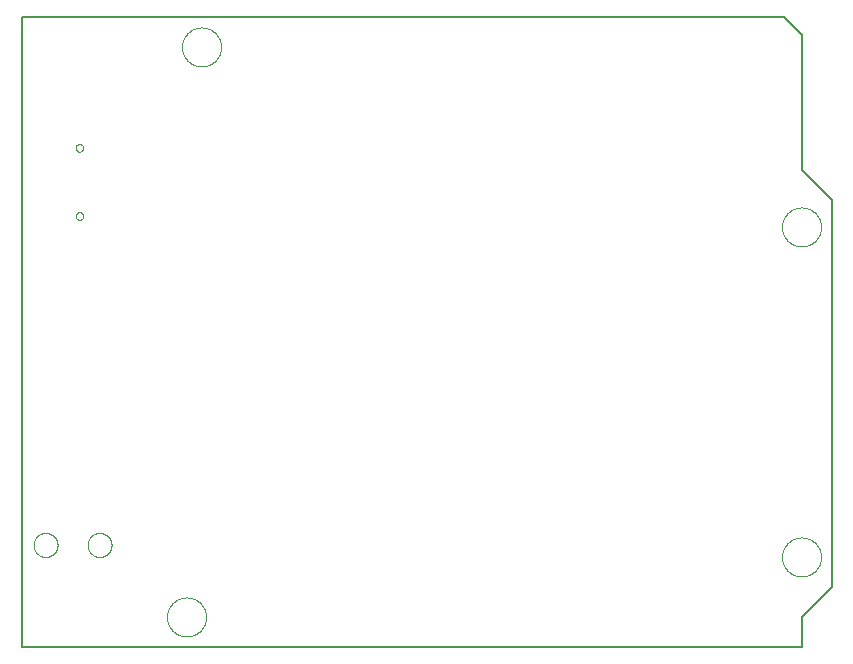
<source format=gko>
G75*
%MOIN*%
%OFA0B0*%
%FSLAX25Y25*%
%IPPOS*%
%LPD*%
%AMOC8*
5,1,8,0,0,1.08239X$1,22.5*
%
%ADD10C,0.00800*%
%ADD11C,0.00000*%
D10*
X0079396Y0093522D02*
X0079396Y0303522D01*
X0333396Y0303522D01*
X0339396Y0297522D01*
X0339396Y0252522D01*
X0349396Y0242522D01*
X0349396Y0113522D01*
X0339396Y0103522D01*
X0339396Y0093522D01*
X0079396Y0093522D01*
D11*
X0083396Y0127522D02*
X0083398Y0127648D01*
X0083404Y0127774D01*
X0083414Y0127900D01*
X0083428Y0128026D01*
X0083446Y0128151D01*
X0083468Y0128275D01*
X0083493Y0128399D01*
X0083523Y0128522D01*
X0083556Y0128643D01*
X0083594Y0128764D01*
X0083635Y0128883D01*
X0083680Y0129002D01*
X0083728Y0129118D01*
X0083780Y0129233D01*
X0083836Y0129346D01*
X0083896Y0129458D01*
X0083959Y0129567D01*
X0084025Y0129675D01*
X0084094Y0129780D01*
X0084167Y0129883D01*
X0084244Y0129984D01*
X0084323Y0130082D01*
X0084405Y0130178D01*
X0084491Y0130271D01*
X0084579Y0130362D01*
X0084670Y0130449D01*
X0084764Y0130534D01*
X0084860Y0130615D01*
X0084959Y0130694D01*
X0085060Y0130769D01*
X0085164Y0130841D01*
X0085270Y0130910D01*
X0085378Y0130976D01*
X0085488Y0131038D01*
X0085600Y0131096D01*
X0085713Y0131151D01*
X0085829Y0131202D01*
X0085946Y0131250D01*
X0086064Y0131294D01*
X0086184Y0131334D01*
X0086305Y0131370D01*
X0086427Y0131403D01*
X0086550Y0131432D01*
X0086674Y0131456D01*
X0086798Y0131477D01*
X0086923Y0131494D01*
X0087049Y0131507D01*
X0087175Y0131516D01*
X0087301Y0131521D01*
X0087428Y0131522D01*
X0087554Y0131519D01*
X0087680Y0131512D01*
X0087806Y0131501D01*
X0087931Y0131486D01*
X0088056Y0131467D01*
X0088180Y0131444D01*
X0088304Y0131418D01*
X0088426Y0131387D01*
X0088548Y0131353D01*
X0088668Y0131314D01*
X0088787Y0131272D01*
X0088905Y0131227D01*
X0089021Y0131177D01*
X0089136Y0131124D01*
X0089248Y0131067D01*
X0089359Y0131007D01*
X0089468Y0130943D01*
X0089575Y0130876D01*
X0089680Y0130806D01*
X0089783Y0130732D01*
X0089883Y0130655D01*
X0089981Y0130575D01*
X0090076Y0130492D01*
X0090168Y0130406D01*
X0090258Y0130317D01*
X0090345Y0130225D01*
X0090428Y0130131D01*
X0090509Y0130034D01*
X0090587Y0129934D01*
X0090662Y0129832D01*
X0090733Y0129728D01*
X0090801Y0129621D01*
X0090865Y0129513D01*
X0090926Y0129402D01*
X0090984Y0129290D01*
X0091038Y0129176D01*
X0091088Y0129060D01*
X0091135Y0128943D01*
X0091178Y0128824D01*
X0091217Y0128704D01*
X0091253Y0128583D01*
X0091284Y0128460D01*
X0091312Y0128337D01*
X0091336Y0128213D01*
X0091356Y0128088D01*
X0091372Y0127963D01*
X0091384Y0127837D01*
X0091392Y0127711D01*
X0091396Y0127585D01*
X0091396Y0127459D01*
X0091392Y0127333D01*
X0091384Y0127207D01*
X0091372Y0127081D01*
X0091356Y0126956D01*
X0091336Y0126831D01*
X0091312Y0126707D01*
X0091284Y0126584D01*
X0091253Y0126461D01*
X0091217Y0126340D01*
X0091178Y0126220D01*
X0091135Y0126101D01*
X0091088Y0125984D01*
X0091038Y0125868D01*
X0090984Y0125754D01*
X0090926Y0125642D01*
X0090865Y0125531D01*
X0090801Y0125423D01*
X0090733Y0125316D01*
X0090662Y0125212D01*
X0090587Y0125110D01*
X0090509Y0125010D01*
X0090428Y0124913D01*
X0090345Y0124819D01*
X0090258Y0124727D01*
X0090168Y0124638D01*
X0090076Y0124552D01*
X0089981Y0124469D01*
X0089883Y0124389D01*
X0089783Y0124312D01*
X0089680Y0124238D01*
X0089575Y0124168D01*
X0089468Y0124101D01*
X0089359Y0124037D01*
X0089248Y0123977D01*
X0089136Y0123920D01*
X0089021Y0123867D01*
X0088905Y0123817D01*
X0088787Y0123772D01*
X0088668Y0123730D01*
X0088548Y0123691D01*
X0088426Y0123657D01*
X0088304Y0123626D01*
X0088180Y0123600D01*
X0088056Y0123577D01*
X0087931Y0123558D01*
X0087806Y0123543D01*
X0087680Y0123532D01*
X0087554Y0123525D01*
X0087428Y0123522D01*
X0087301Y0123523D01*
X0087175Y0123528D01*
X0087049Y0123537D01*
X0086923Y0123550D01*
X0086798Y0123567D01*
X0086674Y0123588D01*
X0086550Y0123612D01*
X0086427Y0123641D01*
X0086305Y0123674D01*
X0086184Y0123710D01*
X0086064Y0123750D01*
X0085946Y0123794D01*
X0085829Y0123842D01*
X0085713Y0123893D01*
X0085600Y0123948D01*
X0085488Y0124006D01*
X0085378Y0124068D01*
X0085270Y0124134D01*
X0085164Y0124203D01*
X0085060Y0124275D01*
X0084959Y0124350D01*
X0084860Y0124429D01*
X0084764Y0124510D01*
X0084670Y0124595D01*
X0084579Y0124682D01*
X0084491Y0124773D01*
X0084405Y0124866D01*
X0084323Y0124962D01*
X0084244Y0125060D01*
X0084167Y0125161D01*
X0084094Y0125264D01*
X0084025Y0125369D01*
X0083959Y0125477D01*
X0083896Y0125586D01*
X0083836Y0125698D01*
X0083780Y0125811D01*
X0083728Y0125926D01*
X0083680Y0126042D01*
X0083635Y0126161D01*
X0083594Y0126280D01*
X0083556Y0126401D01*
X0083523Y0126522D01*
X0083493Y0126645D01*
X0083468Y0126769D01*
X0083446Y0126893D01*
X0083428Y0127018D01*
X0083414Y0127144D01*
X0083404Y0127270D01*
X0083398Y0127396D01*
X0083396Y0127522D01*
X0101396Y0127522D02*
X0101398Y0127648D01*
X0101404Y0127774D01*
X0101414Y0127900D01*
X0101428Y0128026D01*
X0101446Y0128151D01*
X0101468Y0128275D01*
X0101493Y0128399D01*
X0101523Y0128522D01*
X0101556Y0128643D01*
X0101594Y0128764D01*
X0101635Y0128883D01*
X0101680Y0129002D01*
X0101728Y0129118D01*
X0101780Y0129233D01*
X0101836Y0129346D01*
X0101896Y0129458D01*
X0101959Y0129567D01*
X0102025Y0129675D01*
X0102094Y0129780D01*
X0102167Y0129883D01*
X0102244Y0129984D01*
X0102323Y0130082D01*
X0102405Y0130178D01*
X0102491Y0130271D01*
X0102579Y0130362D01*
X0102670Y0130449D01*
X0102764Y0130534D01*
X0102860Y0130615D01*
X0102959Y0130694D01*
X0103060Y0130769D01*
X0103164Y0130841D01*
X0103270Y0130910D01*
X0103378Y0130976D01*
X0103488Y0131038D01*
X0103600Y0131096D01*
X0103713Y0131151D01*
X0103829Y0131202D01*
X0103946Y0131250D01*
X0104064Y0131294D01*
X0104184Y0131334D01*
X0104305Y0131370D01*
X0104427Y0131403D01*
X0104550Y0131432D01*
X0104674Y0131456D01*
X0104798Y0131477D01*
X0104923Y0131494D01*
X0105049Y0131507D01*
X0105175Y0131516D01*
X0105301Y0131521D01*
X0105428Y0131522D01*
X0105554Y0131519D01*
X0105680Y0131512D01*
X0105806Y0131501D01*
X0105931Y0131486D01*
X0106056Y0131467D01*
X0106180Y0131444D01*
X0106304Y0131418D01*
X0106426Y0131387D01*
X0106548Y0131353D01*
X0106668Y0131314D01*
X0106787Y0131272D01*
X0106905Y0131227D01*
X0107021Y0131177D01*
X0107136Y0131124D01*
X0107248Y0131067D01*
X0107359Y0131007D01*
X0107468Y0130943D01*
X0107575Y0130876D01*
X0107680Y0130806D01*
X0107783Y0130732D01*
X0107883Y0130655D01*
X0107981Y0130575D01*
X0108076Y0130492D01*
X0108168Y0130406D01*
X0108258Y0130317D01*
X0108345Y0130225D01*
X0108428Y0130131D01*
X0108509Y0130034D01*
X0108587Y0129934D01*
X0108662Y0129832D01*
X0108733Y0129728D01*
X0108801Y0129621D01*
X0108865Y0129513D01*
X0108926Y0129402D01*
X0108984Y0129290D01*
X0109038Y0129176D01*
X0109088Y0129060D01*
X0109135Y0128943D01*
X0109178Y0128824D01*
X0109217Y0128704D01*
X0109253Y0128583D01*
X0109284Y0128460D01*
X0109312Y0128337D01*
X0109336Y0128213D01*
X0109356Y0128088D01*
X0109372Y0127963D01*
X0109384Y0127837D01*
X0109392Y0127711D01*
X0109396Y0127585D01*
X0109396Y0127459D01*
X0109392Y0127333D01*
X0109384Y0127207D01*
X0109372Y0127081D01*
X0109356Y0126956D01*
X0109336Y0126831D01*
X0109312Y0126707D01*
X0109284Y0126584D01*
X0109253Y0126461D01*
X0109217Y0126340D01*
X0109178Y0126220D01*
X0109135Y0126101D01*
X0109088Y0125984D01*
X0109038Y0125868D01*
X0108984Y0125754D01*
X0108926Y0125642D01*
X0108865Y0125531D01*
X0108801Y0125423D01*
X0108733Y0125316D01*
X0108662Y0125212D01*
X0108587Y0125110D01*
X0108509Y0125010D01*
X0108428Y0124913D01*
X0108345Y0124819D01*
X0108258Y0124727D01*
X0108168Y0124638D01*
X0108076Y0124552D01*
X0107981Y0124469D01*
X0107883Y0124389D01*
X0107783Y0124312D01*
X0107680Y0124238D01*
X0107575Y0124168D01*
X0107468Y0124101D01*
X0107359Y0124037D01*
X0107248Y0123977D01*
X0107136Y0123920D01*
X0107021Y0123867D01*
X0106905Y0123817D01*
X0106787Y0123772D01*
X0106668Y0123730D01*
X0106548Y0123691D01*
X0106426Y0123657D01*
X0106304Y0123626D01*
X0106180Y0123600D01*
X0106056Y0123577D01*
X0105931Y0123558D01*
X0105806Y0123543D01*
X0105680Y0123532D01*
X0105554Y0123525D01*
X0105428Y0123522D01*
X0105301Y0123523D01*
X0105175Y0123528D01*
X0105049Y0123537D01*
X0104923Y0123550D01*
X0104798Y0123567D01*
X0104674Y0123588D01*
X0104550Y0123612D01*
X0104427Y0123641D01*
X0104305Y0123674D01*
X0104184Y0123710D01*
X0104064Y0123750D01*
X0103946Y0123794D01*
X0103829Y0123842D01*
X0103713Y0123893D01*
X0103600Y0123948D01*
X0103488Y0124006D01*
X0103378Y0124068D01*
X0103270Y0124134D01*
X0103164Y0124203D01*
X0103060Y0124275D01*
X0102959Y0124350D01*
X0102860Y0124429D01*
X0102764Y0124510D01*
X0102670Y0124595D01*
X0102579Y0124682D01*
X0102491Y0124773D01*
X0102405Y0124866D01*
X0102323Y0124962D01*
X0102244Y0125060D01*
X0102167Y0125161D01*
X0102094Y0125264D01*
X0102025Y0125369D01*
X0101959Y0125477D01*
X0101896Y0125586D01*
X0101836Y0125698D01*
X0101780Y0125811D01*
X0101728Y0125926D01*
X0101680Y0126042D01*
X0101635Y0126161D01*
X0101594Y0126280D01*
X0101556Y0126401D01*
X0101523Y0126522D01*
X0101493Y0126645D01*
X0101468Y0126769D01*
X0101446Y0126893D01*
X0101428Y0127018D01*
X0101414Y0127144D01*
X0101404Y0127270D01*
X0101398Y0127396D01*
X0101396Y0127522D01*
X0127896Y0103522D02*
X0127898Y0103683D01*
X0127904Y0103843D01*
X0127914Y0104004D01*
X0127928Y0104164D01*
X0127946Y0104324D01*
X0127967Y0104483D01*
X0127993Y0104642D01*
X0128023Y0104800D01*
X0128056Y0104957D01*
X0128094Y0105114D01*
X0128135Y0105269D01*
X0128180Y0105423D01*
X0128229Y0105576D01*
X0128282Y0105728D01*
X0128338Y0105879D01*
X0128399Y0106028D01*
X0128462Y0106176D01*
X0128530Y0106322D01*
X0128601Y0106466D01*
X0128675Y0106608D01*
X0128753Y0106749D01*
X0128835Y0106887D01*
X0128920Y0107024D01*
X0129008Y0107158D01*
X0129100Y0107290D01*
X0129195Y0107420D01*
X0129293Y0107548D01*
X0129394Y0107673D01*
X0129498Y0107795D01*
X0129605Y0107915D01*
X0129715Y0108032D01*
X0129828Y0108147D01*
X0129944Y0108258D01*
X0130063Y0108367D01*
X0130184Y0108472D01*
X0130308Y0108575D01*
X0130434Y0108675D01*
X0130562Y0108771D01*
X0130693Y0108864D01*
X0130827Y0108954D01*
X0130962Y0109041D01*
X0131100Y0109124D01*
X0131239Y0109204D01*
X0131381Y0109280D01*
X0131524Y0109353D01*
X0131669Y0109422D01*
X0131816Y0109488D01*
X0131964Y0109550D01*
X0132114Y0109608D01*
X0132265Y0109663D01*
X0132418Y0109714D01*
X0132572Y0109761D01*
X0132727Y0109804D01*
X0132883Y0109843D01*
X0133039Y0109879D01*
X0133197Y0109910D01*
X0133355Y0109938D01*
X0133514Y0109962D01*
X0133674Y0109982D01*
X0133834Y0109998D01*
X0133994Y0110010D01*
X0134155Y0110018D01*
X0134316Y0110022D01*
X0134476Y0110022D01*
X0134637Y0110018D01*
X0134798Y0110010D01*
X0134958Y0109998D01*
X0135118Y0109982D01*
X0135278Y0109962D01*
X0135437Y0109938D01*
X0135595Y0109910D01*
X0135753Y0109879D01*
X0135909Y0109843D01*
X0136065Y0109804D01*
X0136220Y0109761D01*
X0136374Y0109714D01*
X0136527Y0109663D01*
X0136678Y0109608D01*
X0136828Y0109550D01*
X0136976Y0109488D01*
X0137123Y0109422D01*
X0137268Y0109353D01*
X0137411Y0109280D01*
X0137553Y0109204D01*
X0137692Y0109124D01*
X0137830Y0109041D01*
X0137965Y0108954D01*
X0138099Y0108864D01*
X0138230Y0108771D01*
X0138358Y0108675D01*
X0138484Y0108575D01*
X0138608Y0108472D01*
X0138729Y0108367D01*
X0138848Y0108258D01*
X0138964Y0108147D01*
X0139077Y0108032D01*
X0139187Y0107915D01*
X0139294Y0107795D01*
X0139398Y0107673D01*
X0139499Y0107548D01*
X0139597Y0107420D01*
X0139692Y0107290D01*
X0139784Y0107158D01*
X0139872Y0107024D01*
X0139957Y0106887D01*
X0140039Y0106749D01*
X0140117Y0106608D01*
X0140191Y0106466D01*
X0140262Y0106322D01*
X0140330Y0106176D01*
X0140393Y0106028D01*
X0140454Y0105879D01*
X0140510Y0105728D01*
X0140563Y0105576D01*
X0140612Y0105423D01*
X0140657Y0105269D01*
X0140698Y0105114D01*
X0140736Y0104957D01*
X0140769Y0104800D01*
X0140799Y0104642D01*
X0140825Y0104483D01*
X0140846Y0104324D01*
X0140864Y0104164D01*
X0140878Y0104004D01*
X0140888Y0103843D01*
X0140894Y0103683D01*
X0140896Y0103522D01*
X0140894Y0103361D01*
X0140888Y0103201D01*
X0140878Y0103040D01*
X0140864Y0102880D01*
X0140846Y0102720D01*
X0140825Y0102561D01*
X0140799Y0102402D01*
X0140769Y0102244D01*
X0140736Y0102087D01*
X0140698Y0101930D01*
X0140657Y0101775D01*
X0140612Y0101621D01*
X0140563Y0101468D01*
X0140510Y0101316D01*
X0140454Y0101165D01*
X0140393Y0101016D01*
X0140330Y0100868D01*
X0140262Y0100722D01*
X0140191Y0100578D01*
X0140117Y0100436D01*
X0140039Y0100295D01*
X0139957Y0100157D01*
X0139872Y0100020D01*
X0139784Y0099886D01*
X0139692Y0099754D01*
X0139597Y0099624D01*
X0139499Y0099496D01*
X0139398Y0099371D01*
X0139294Y0099249D01*
X0139187Y0099129D01*
X0139077Y0099012D01*
X0138964Y0098897D01*
X0138848Y0098786D01*
X0138729Y0098677D01*
X0138608Y0098572D01*
X0138484Y0098469D01*
X0138358Y0098369D01*
X0138230Y0098273D01*
X0138099Y0098180D01*
X0137965Y0098090D01*
X0137830Y0098003D01*
X0137692Y0097920D01*
X0137553Y0097840D01*
X0137411Y0097764D01*
X0137268Y0097691D01*
X0137123Y0097622D01*
X0136976Y0097556D01*
X0136828Y0097494D01*
X0136678Y0097436D01*
X0136527Y0097381D01*
X0136374Y0097330D01*
X0136220Y0097283D01*
X0136065Y0097240D01*
X0135909Y0097201D01*
X0135753Y0097165D01*
X0135595Y0097134D01*
X0135437Y0097106D01*
X0135278Y0097082D01*
X0135118Y0097062D01*
X0134958Y0097046D01*
X0134798Y0097034D01*
X0134637Y0097026D01*
X0134476Y0097022D01*
X0134316Y0097022D01*
X0134155Y0097026D01*
X0133994Y0097034D01*
X0133834Y0097046D01*
X0133674Y0097062D01*
X0133514Y0097082D01*
X0133355Y0097106D01*
X0133197Y0097134D01*
X0133039Y0097165D01*
X0132883Y0097201D01*
X0132727Y0097240D01*
X0132572Y0097283D01*
X0132418Y0097330D01*
X0132265Y0097381D01*
X0132114Y0097436D01*
X0131964Y0097494D01*
X0131816Y0097556D01*
X0131669Y0097622D01*
X0131524Y0097691D01*
X0131381Y0097764D01*
X0131239Y0097840D01*
X0131100Y0097920D01*
X0130962Y0098003D01*
X0130827Y0098090D01*
X0130693Y0098180D01*
X0130562Y0098273D01*
X0130434Y0098369D01*
X0130308Y0098469D01*
X0130184Y0098572D01*
X0130063Y0098677D01*
X0129944Y0098786D01*
X0129828Y0098897D01*
X0129715Y0099012D01*
X0129605Y0099129D01*
X0129498Y0099249D01*
X0129394Y0099371D01*
X0129293Y0099496D01*
X0129195Y0099624D01*
X0129100Y0099754D01*
X0129008Y0099886D01*
X0128920Y0100020D01*
X0128835Y0100157D01*
X0128753Y0100295D01*
X0128675Y0100436D01*
X0128601Y0100578D01*
X0128530Y0100722D01*
X0128462Y0100868D01*
X0128399Y0101016D01*
X0128338Y0101165D01*
X0128282Y0101316D01*
X0128229Y0101468D01*
X0128180Y0101621D01*
X0128135Y0101775D01*
X0128094Y0101930D01*
X0128056Y0102087D01*
X0128023Y0102244D01*
X0127993Y0102402D01*
X0127967Y0102561D01*
X0127946Y0102720D01*
X0127928Y0102880D01*
X0127914Y0103040D01*
X0127904Y0103201D01*
X0127898Y0103361D01*
X0127896Y0103522D01*
X0097427Y0237144D02*
X0097429Y0237215D01*
X0097435Y0237286D01*
X0097445Y0237357D01*
X0097459Y0237426D01*
X0097476Y0237495D01*
X0097498Y0237563D01*
X0097523Y0237630D01*
X0097552Y0237695D01*
X0097584Y0237758D01*
X0097620Y0237820D01*
X0097659Y0237879D01*
X0097702Y0237936D01*
X0097747Y0237991D01*
X0097796Y0238043D01*
X0097847Y0238092D01*
X0097901Y0238138D01*
X0097958Y0238182D01*
X0098016Y0238222D01*
X0098077Y0238258D01*
X0098140Y0238292D01*
X0098205Y0238321D01*
X0098271Y0238347D01*
X0098339Y0238370D01*
X0098407Y0238388D01*
X0098477Y0238403D01*
X0098547Y0238414D01*
X0098618Y0238421D01*
X0098689Y0238424D01*
X0098760Y0238423D01*
X0098831Y0238418D01*
X0098902Y0238409D01*
X0098972Y0238396D01*
X0099041Y0238380D01*
X0099109Y0238359D01*
X0099176Y0238335D01*
X0099242Y0238307D01*
X0099305Y0238275D01*
X0099367Y0238240D01*
X0099427Y0238202D01*
X0099485Y0238160D01*
X0099540Y0238116D01*
X0099593Y0238068D01*
X0099643Y0238017D01*
X0099690Y0237964D01*
X0099734Y0237908D01*
X0099775Y0237850D01*
X0099813Y0237789D01*
X0099847Y0237727D01*
X0099877Y0237662D01*
X0099904Y0237597D01*
X0099928Y0237529D01*
X0099947Y0237461D01*
X0099963Y0237392D01*
X0099975Y0237321D01*
X0099983Y0237251D01*
X0099987Y0237180D01*
X0099987Y0237108D01*
X0099983Y0237037D01*
X0099975Y0236967D01*
X0099963Y0236896D01*
X0099947Y0236827D01*
X0099928Y0236759D01*
X0099904Y0236691D01*
X0099877Y0236626D01*
X0099847Y0236561D01*
X0099813Y0236499D01*
X0099775Y0236438D01*
X0099734Y0236380D01*
X0099690Y0236324D01*
X0099643Y0236271D01*
X0099593Y0236220D01*
X0099540Y0236172D01*
X0099485Y0236128D01*
X0099427Y0236086D01*
X0099367Y0236048D01*
X0099305Y0236013D01*
X0099242Y0235981D01*
X0099176Y0235953D01*
X0099109Y0235929D01*
X0099041Y0235908D01*
X0098972Y0235892D01*
X0098902Y0235879D01*
X0098831Y0235870D01*
X0098760Y0235865D01*
X0098689Y0235864D01*
X0098618Y0235867D01*
X0098547Y0235874D01*
X0098477Y0235885D01*
X0098407Y0235900D01*
X0098339Y0235918D01*
X0098271Y0235941D01*
X0098205Y0235967D01*
X0098140Y0235996D01*
X0098077Y0236030D01*
X0098016Y0236066D01*
X0097958Y0236106D01*
X0097901Y0236150D01*
X0097847Y0236196D01*
X0097796Y0236245D01*
X0097747Y0236297D01*
X0097702Y0236352D01*
X0097659Y0236409D01*
X0097620Y0236468D01*
X0097584Y0236530D01*
X0097552Y0236593D01*
X0097523Y0236658D01*
X0097498Y0236725D01*
X0097476Y0236793D01*
X0097459Y0236862D01*
X0097445Y0236931D01*
X0097435Y0237002D01*
X0097429Y0237073D01*
X0097427Y0237144D01*
X0097427Y0259900D02*
X0097429Y0259971D01*
X0097435Y0260042D01*
X0097445Y0260113D01*
X0097459Y0260182D01*
X0097476Y0260251D01*
X0097498Y0260319D01*
X0097523Y0260386D01*
X0097552Y0260451D01*
X0097584Y0260514D01*
X0097620Y0260576D01*
X0097659Y0260635D01*
X0097702Y0260692D01*
X0097747Y0260747D01*
X0097796Y0260799D01*
X0097847Y0260848D01*
X0097901Y0260894D01*
X0097958Y0260938D01*
X0098016Y0260978D01*
X0098077Y0261014D01*
X0098140Y0261048D01*
X0098205Y0261077D01*
X0098271Y0261103D01*
X0098339Y0261126D01*
X0098407Y0261144D01*
X0098477Y0261159D01*
X0098547Y0261170D01*
X0098618Y0261177D01*
X0098689Y0261180D01*
X0098760Y0261179D01*
X0098831Y0261174D01*
X0098902Y0261165D01*
X0098972Y0261152D01*
X0099041Y0261136D01*
X0099109Y0261115D01*
X0099176Y0261091D01*
X0099242Y0261063D01*
X0099305Y0261031D01*
X0099367Y0260996D01*
X0099427Y0260958D01*
X0099485Y0260916D01*
X0099540Y0260872D01*
X0099593Y0260824D01*
X0099643Y0260773D01*
X0099690Y0260720D01*
X0099734Y0260664D01*
X0099775Y0260606D01*
X0099813Y0260545D01*
X0099847Y0260483D01*
X0099877Y0260418D01*
X0099904Y0260353D01*
X0099928Y0260285D01*
X0099947Y0260217D01*
X0099963Y0260148D01*
X0099975Y0260077D01*
X0099983Y0260007D01*
X0099987Y0259936D01*
X0099987Y0259864D01*
X0099983Y0259793D01*
X0099975Y0259723D01*
X0099963Y0259652D01*
X0099947Y0259583D01*
X0099928Y0259515D01*
X0099904Y0259447D01*
X0099877Y0259382D01*
X0099847Y0259317D01*
X0099813Y0259255D01*
X0099775Y0259194D01*
X0099734Y0259136D01*
X0099690Y0259080D01*
X0099643Y0259027D01*
X0099593Y0258976D01*
X0099540Y0258928D01*
X0099485Y0258884D01*
X0099427Y0258842D01*
X0099367Y0258804D01*
X0099305Y0258769D01*
X0099242Y0258737D01*
X0099176Y0258709D01*
X0099109Y0258685D01*
X0099041Y0258664D01*
X0098972Y0258648D01*
X0098902Y0258635D01*
X0098831Y0258626D01*
X0098760Y0258621D01*
X0098689Y0258620D01*
X0098618Y0258623D01*
X0098547Y0258630D01*
X0098477Y0258641D01*
X0098407Y0258656D01*
X0098339Y0258674D01*
X0098271Y0258697D01*
X0098205Y0258723D01*
X0098140Y0258752D01*
X0098077Y0258786D01*
X0098016Y0258822D01*
X0097958Y0258862D01*
X0097901Y0258906D01*
X0097847Y0258952D01*
X0097796Y0259001D01*
X0097747Y0259053D01*
X0097702Y0259108D01*
X0097659Y0259165D01*
X0097620Y0259224D01*
X0097584Y0259286D01*
X0097552Y0259349D01*
X0097523Y0259414D01*
X0097498Y0259481D01*
X0097476Y0259549D01*
X0097459Y0259618D01*
X0097445Y0259687D01*
X0097435Y0259758D01*
X0097429Y0259829D01*
X0097427Y0259900D01*
X0132896Y0293522D02*
X0132898Y0293683D01*
X0132904Y0293843D01*
X0132914Y0294004D01*
X0132928Y0294164D01*
X0132946Y0294324D01*
X0132967Y0294483D01*
X0132993Y0294642D01*
X0133023Y0294800D01*
X0133056Y0294957D01*
X0133094Y0295114D01*
X0133135Y0295269D01*
X0133180Y0295423D01*
X0133229Y0295576D01*
X0133282Y0295728D01*
X0133338Y0295879D01*
X0133399Y0296028D01*
X0133462Y0296176D01*
X0133530Y0296322D01*
X0133601Y0296466D01*
X0133675Y0296608D01*
X0133753Y0296749D01*
X0133835Y0296887D01*
X0133920Y0297024D01*
X0134008Y0297158D01*
X0134100Y0297290D01*
X0134195Y0297420D01*
X0134293Y0297548D01*
X0134394Y0297673D01*
X0134498Y0297795D01*
X0134605Y0297915D01*
X0134715Y0298032D01*
X0134828Y0298147D01*
X0134944Y0298258D01*
X0135063Y0298367D01*
X0135184Y0298472D01*
X0135308Y0298575D01*
X0135434Y0298675D01*
X0135562Y0298771D01*
X0135693Y0298864D01*
X0135827Y0298954D01*
X0135962Y0299041D01*
X0136100Y0299124D01*
X0136239Y0299204D01*
X0136381Y0299280D01*
X0136524Y0299353D01*
X0136669Y0299422D01*
X0136816Y0299488D01*
X0136964Y0299550D01*
X0137114Y0299608D01*
X0137265Y0299663D01*
X0137418Y0299714D01*
X0137572Y0299761D01*
X0137727Y0299804D01*
X0137883Y0299843D01*
X0138039Y0299879D01*
X0138197Y0299910D01*
X0138355Y0299938D01*
X0138514Y0299962D01*
X0138674Y0299982D01*
X0138834Y0299998D01*
X0138994Y0300010D01*
X0139155Y0300018D01*
X0139316Y0300022D01*
X0139476Y0300022D01*
X0139637Y0300018D01*
X0139798Y0300010D01*
X0139958Y0299998D01*
X0140118Y0299982D01*
X0140278Y0299962D01*
X0140437Y0299938D01*
X0140595Y0299910D01*
X0140753Y0299879D01*
X0140909Y0299843D01*
X0141065Y0299804D01*
X0141220Y0299761D01*
X0141374Y0299714D01*
X0141527Y0299663D01*
X0141678Y0299608D01*
X0141828Y0299550D01*
X0141976Y0299488D01*
X0142123Y0299422D01*
X0142268Y0299353D01*
X0142411Y0299280D01*
X0142553Y0299204D01*
X0142692Y0299124D01*
X0142830Y0299041D01*
X0142965Y0298954D01*
X0143099Y0298864D01*
X0143230Y0298771D01*
X0143358Y0298675D01*
X0143484Y0298575D01*
X0143608Y0298472D01*
X0143729Y0298367D01*
X0143848Y0298258D01*
X0143964Y0298147D01*
X0144077Y0298032D01*
X0144187Y0297915D01*
X0144294Y0297795D01*
X0144398Y0297673D01*
X0144499Y0297548D01*
X0144597Y0297420D01*
X0144692Y0297290D01*
X0144784Y0297158D01*
X0144872Y0297024D01*
X0144957Y0296887D01*
X0145039Y0296749D01*
X0145117Y0296608D01*
X0145191Y0296466D01*
X0145262Y0296322D01*
X0145330Y0296176D01*
X0145393Y0296028D01*
X0145454Y0295879D01*
X0145510Y0295728D01*
X0145563Y0295576D01*
X0145612Y0295423D01*
X0145657Y0295269D01*
X0145698Y0295114D01*
X0145736Y0294957D01*
X0145769Y0294800D01*
X0145799Y0294642D01*
X0145825Y0294483D01*
X0145846Y0294324D01*
X0145864Y0294164D01*
X0145878Y0294004D01*
X0145888Y0293843D01*
X0145894Y0293683D01*
X0145896Y0293522D01*
X0145894Y0293361D01*
X0145888Y0293201D01*
X0145878Y0293040D01*
X0145864Y0292880D01*
X0145846Y0292720D01*
X0145825Y0292561D01*
X0145799Y0292402D01*
X0145769Y0292244D01*
X0145736Y0292087D01*
X0145698Y0291930D01*
X0145657Y0291775D01*
X0145612Y0291621D01*
X0145563Y0291468D01*
X0145510Y0291316D01*
X0145454Y0291165D01*
X0145393Y0291016D01*
X0145330Y0290868D01*
X0145262Y0290722D01*
X0145191Y0290578D01*
X0145117Y0290436D01*
X0145039Y0290295D01*
X0144957Y0290157D01*
X0144872Y0290020D01*
X0144784Y0289886D01*
X0144692Y0289754D01*
X0144597Y0289624D01*
X0144499Y0289496D01*
X0144398Y0289371D01*
X0144294Y0289249D01*
X0144187Y0289129D01*
X0144077Y0289012D01*
X0143964Y0288897D01*
X0143848Y0288786D01*
X0143729Y0288677D01*
X0143608Y0288572D01*
X0143484Y0288469D01*
X0143358Y0288369D01*
X0143230Y0288273D01*
X0143099Y0288180D01*
X0142965Y0288090D01*
X0142830Y0288003D01*
X0142692Y0287920D01*
X0142553Y0287840D01*
X0142411Y0287764D01*
X0142268Y0287691D01*
X0142123Y0287622D01*
X0141976Y0287556D01*
X0141828Y0287494D01*
X0141678Y0287436D01*
X0141527Y0287381D01*
X0141374Y0287330D01*
X0141220Y0287283D01*
X0141065Y0287240D01*
X0140909Y0287201D01*
X0140753Y0287165D01*
X0140595Y0287134D01*
X0140437Y0287106D01*
X0140278Y0287082D01*
X0140118Y0287062D01*
X0139958Y0287046D01*
X0139798Y0287034D01*
X0139637Y0287026D01*
X0139476Y0287022D01*
X0139316Y0287022D01*
X0139155Y0287026D01*
X0138994Y0287034D01*
X0138834Y0287046D01*
X0138674Y0287062D01*
X0138514Y0287082D01*
X0138355Y0287106D01*
X0138197Y0287134D01*
X0138039Y0287165D01*
X0137883Y0287201D01*
X0137727Y0287240D01*
X0137572Y0287283D01*
X0137418Y0287330D01*
X0137265Y0287381D01*
X0137114Y0287436D01*
X0136964Y0287494D01*
X0136816Y0287556D01*
X0136669Y0287622D01*
X0136524Y0287691D01*
X0136381Y0287764D01*
X0136239Y0287840D01*
X0136100Y0287920D01*
X0135962Y0288003D01*
X0135827Y0288090D01*
X0135693Y0288180D01*
X0135562Y0288273D01*
X0135434Y0288369D01*
X0135308Y0288469D01*
X0135184Y0288572D01*
X0135063Y0288677D01*
X0134944Y0288786D01*
X0134828Y0288897D01*
X0134715Y0289012D01*
X0134605Y0289129D01*
X0134498Y0289249D01*
X0134394Y0289371D01*
X0134293Y0289496D01*
X0134195Y0289624D01*
X0134100Y0289754D01*
X0134008Y0289886D01*
X0133920Y0290020D01*
X0133835Y0290157D01*
X0133753Y0290295D01*
X0133675Y0290436D01*
X0133601Y0290578D01*
X0133530Y0290722D01*
X0133462Y0290868D01*
X0133399Y0291016D01*
X0133338Y0291165D01*
X0133282Y0291316D01*
X0133229Y0291468D01*
X0133180Y0291621D01*
X0133135Y0291775D01*
X0133094Y0291930D01*
X0133056Y0292087D01*
X0133023Y0292244D01*
X0132993Y0292402D01*
X0132967Y0292561D01*
X0132946Y0292720D01*
X0132928Y0292880D01*
X0132914Y0293040D01*
X0132904Y0293201D01*
X0132898Y0293361D01*
X0132896Y0293522D01*
X0332896Y0233522D02*
X0332898Y0233683D01*
X0332904Y0233843D01*
X0332914Y0234004D01*
X0332928Y0234164D01*
X0332946Y0234324D01*
X0332967Y0234483D01*
X0332993Y0234642D01*
X0333023Y0234800D01*
X0333056Y0234957D01*
X0333094Y0235114D01*
X0333135Y0235269D01*
X0333180Y0235423D01*
X0333229Y0235576D01*
X0333282Y0235728D01*
X0333338Y0235879D01*
X0333399Y0236028D01*
X0333462Y0236176D01*
X0333530Y0236322D01*
X0333601Y0236466D01*
X0333675Y0236608D01*
X0333753Y0236749D01*
X0333835Y0236887D01*
X0333920Y0237024D01*
X0334008Y0237158D01*
X0334100Y0237290D01*
X0334195Y0237420D01*
X0334293Y0237548D01*
X0334394Y0237673D01*
X0334498Y0237795D01*
X0334605Y0237915D01*
X0334715Y0238032D01*
X0334828Y0238147D01*
X0334944Y0238258D01*
X0335063Y0238367D01*
X0335184Y0238472D01*
X0335308Y0238575D01*
X0335434Y0238675D01*
X0335562Y0238771D01*
X0335693Y0238864D01*
X0335827Y0238954D01*
X0335962Y0239041D01*
X0336100Y0239124D01*
X0336239Y0239204D01*
X0336381Y0239280D01*
X0336524Y0239353D01*
X0336669Y0239422D01*
X0336816Y0239488D01*
X0336964Y0239550D01*
X0337114Y0239608D01*
X0337265Y0239663D01*
X0337418Y0239714D01*
X0337572Y0239761D01*
X0337727Y0239804D01*
X0337883Y0239843D01*
X0338039Y0239879D01*
X0338197Y0239910D01*
X0338355Y0239938D01*
X0338514Y0239962D01*
X0338674Y0239982D01*
X0338834Y0239998D01*
X0338994Y0240010D01*
X0339155Y0240018D01*
X0339316Y0240022D01*
X0339476Y0240022D01*
X0339637Y0240018D01*
X0339798Y0240010D01*
X0339958Y0239998D01*
X0340118Y0239982D01*
X0340278Y0239962D01*
X0340437Y0239938D01*
X0340595Y0239910D01*
X0340753Y0239879D01*
X0340909Y0239843D01*
X0341065Y0239804D01*
X0341220Y0239761D01*
X0341374Y0239714D01*
X0341527Y0239663D01*
X0341678Y0239608D01*
X0341828Y0239550D01*
X0341976Y0239488D01*
X0342123Y0239422D01*
X0342268Y0239353D01*
X0342411Y0239280D01*
X0342553Y0239204D01*
X0342692Y0239124D01*
X0342830Y0239041D01*
X0342965Y0238954D01*
X0343099Y0238864D01*
X0343230Y0238771D01*
X0343358Y0238675D01*
X0343484Y0238575D01*
X0343608Y0238472D01*
X0343729Y0238367D01*
X0343848Y0238258D01*
X0343964Y0238147D01*
X0344077Y0238032D01*
X0344187Y0237915D01*
X0344294Y0237795D01*
X0344398Y0237673D01*
X0344499Y0237548D01*
X0344597Y0237420D01*
X0344692Y0237290D01*
X0344784Y0237158D01*
X0344872Y0237024D01*
X0344957Y0236887D01*
X0345039Y0236749D01*
X0345117Y0236608D01*
X0345191Y0236466D01*
X0345262Y0236322D01*
X0345330Y0236176D01*
X0345393Y0236028D01*
X0345454Y0235879D01*
X0345510Y0235728D01*
X0345563Y0235576D01*
X0345612Y0235423D01*
X0345657Y0235269D01*
X0345698Y0235114D01*
X0345736Y0234957D01*
X0345769Y0234800D01*
X0345799Y0234642D01*
X0345825Y0234483D01*
X0345846Y0234324D01*
X0345864Y0234164D01*
X0345878Y0234004D01*
X0345888Y0233843D01*
X0345894Y0233683D01*
X0345896Y0233522D01*
X0345894Y0233361D01*
X0345888Y0233201D01*
X0345878Y0233040D01*
X0345864Y0232880D01*
X0345846Y0232720D01*
X0345825Y0232561D01*
X0345799Y0232402D01*
X0345769Y0232244D01*
X0345736Y0232087D01*
X0345698Y0231930D01*
X0345657Y0231775D01*
X0345612Y0231621D01*
X0345563Y0231468D01*
X0345510Y0231316D01*
X0345454Y0231165D01*
X0345393Y0231016D01*
X0345330Y0230868D01*
X0345262Y0230722D01*
X0345191Y0230578D01*
X0345117Y0230436D01*
X0345039Y0230295D01*
X0344957Y0230157D01*
X0344872Y0230020D01*
X0344784Y0229886D01*
X0344692Y0229754D01*
X0344597Y0229624D01*
X0344499Y0229496D01*
X0344398Y0229371D01*
X0344294Y0229249D01*
X0344187Y0229129D01*
X0344077Y0229012D01*
X0343964Y0228897D01*
X0343848Y0228786D01*
X0343729Y0228677D01*
X0343608Y0228572D01*
X0343484Y0228469D01*
X0343358Y0228369D01*
X0343230Y0228273D01*
X0343099Y0228180D01*
X0342965Y0228090D01*
X0342830Y0228003D01*
X0342692Y0227920D01*
X0342553Y0227840D01*
X0342411Y0227764D01*
X0342268Y0227691D01*
X0342123Y0227622D01*
X0341976Y0227556D01*
X0341828Y0227494D01*
X0341678Y0227436D01*
X0341527Y0227381D01*
X0341374Y0227330D01*
X0341220Y0227283D01*
X0341065Y0227240D01*
X0340909Y0227201D01*
X0340753Y0227165D01*
X0340595Y0227134D01*
X0340437Y0227106D01*
X0340278Y0227082D01*
X0340118Y0227062D01*
X0339958Y0227046D01*
X0339798Y0227034D01*
X0339637Y0227026D01*
X0339476Y0227022D01*
X0339316Y0227022D01*
X0339155Y0227026D01*
X0338994Y0227034D01*
X0338834Y0227046D01*
X0338674Y0227062D01*
X0338514Y0227082D01*
X0338355Y0227106D01*
X0338197Y0227134D01*
X0338039Y0227165D01*
X0337883Y0227201D01*
X0337727Y0227240D01*
X0337572Y0227283D01*
X0337418Y0227330D01*
X0337265Y0227381D01*
X0337114Y0227436D01*
X0336964Y0227494D01*
X0336816Y0227556D01*
X0336669Y0227622D01*
X0336524Y0227691D01*
X0336381Y0227764D01*
X0336239Y0227840D01*
X0336100Y0227920D01*
X0335962Y0228003D01*
X0335827Y0228090D01*
X0335693Y0228180D01*
X0335562Y0228273D01*
X0335434Y0228369D01*
X0335308Y0228469D01*
X0335184Y0228572D01*
X0335063Y0228677D01*
X0334944Y0228786D01*
X0334828Y0228897D01*
X0334715Y0229012D01*
X0334605Y0229129D01*
X0334498Y0229249D01*
X0334394Y0229371D01*
X0334293Y0229496D01*
X0334195Y0229624D01*
X0334100Y0229754D01*
X0334008Y0229886D01*
X0333920Y0230020D01*
X0333835Y0230157D01*
X0333753Y0230295D01*
X0333675Y0230436D01*
X0333601Y0230578D01*
X0333530Y0230722D01*
X0333462Y0230868D01*
X0333399Y0231016D01*
X0333338Y0231165D01*
X0333282Y0231316D01*
X0333229Y0231468D01*
X0333180Y0231621D01*
X0333135Y0231775D01*
X0333094Y0231930D01*
X0333056Y0232087D01*
X0333023Y0232244D01*
X0332993Y0232402D01*
X0332967Y0232561D01*
X0332946Y0232720D01*
X0332928Y0232880D01*
X0332914Y0233040D01*
X0332904Y0233201D01*
X0332898Y0233361D01*
X0332896Y0233522D01*
X0332896Y0123522D02*
X0332898Y0123683D01*
X0332904Y0123843D01*
X0332914Y0124004D01*
X0332928Y0124164D01*
X0332946Y0124324D01*
X0332967Y0124483D01*
X0332993Y0124642D01*
X0333023Y0124800D01*
X0333056Y0124957D01*
X0333094Y0125114D01*
X0333135Y0125269D01*
X0333180Y0125423D01*
X0333229Y0125576D01*
X0333282Y0125728D01*
X0333338Y0125879D01*
X0333399Y0126028D01*
X0333462Y0126176D01*
X0333530Y0126322D01*
X0333601Y0126466D01*
X0333675Y0126608D01*
X0333753Y0126749D01*
X0333835Y0126887D01*
X0333920Y0127024D01*
X0334008Y0127158D01*
X0334100Y0127290D01*
X0334195Y0127420D01*
X0334293Y0127548D01*
X0334394Y0127673D01*
X0334498Y0127795D01*
X0334605Y0127915D01*
X0334715Y0128032D01*
X0334828Y0128147D01*
X0334944Y0128258D01*
X0335063Y0128367D01*
X0335184Y0128472D01*
X0335308Y0128575D01*
X0335434Y0128675D01*
X0335562Y0128771D01*
X0335693Y0128864D01*
X0335827Y0128954D01*
X0335962Y0129041D01*
X0336100Y0129124D01*
X0336239Y0129204D01*
X0336381Y0129280D01*
X0336524Y0129353D01*
X0336669Y0129422D01*
X0336816Y0129488D01*
X0336964Y0129550D01*
X0337114Y0129608D01*
X0337265Y0129663D01*
X0337418Y0129714D01*
X0337572Y0129761D01*
X0337727Y0129804D01*
X0337883Y0129843D01*
X0338039Y0129879D01*
X0338197Y0129910D01*
X0338355Y0129938D01*
X0338514Y0129962D01*
X0338674Y0129982D01*
X0338834Y0129998D01*
X0338994Y0130010D01*
X0339155Y0130018D01*
X0339316Y0130022D01*
X0339476Y0130022D01*
X0339637Y0130018D01*
X0339798Y0130010D01*
X0339958Y0129998D01*
X0340118Y0129982D01*
X0340278Y0129962D01*
X0340437Y0129938D01*
X0340595Y0129910D01*
X0340753Y0129879D01*
X0340909Y0129843D01*
X0341065Y0129804D01*
X0341220Y0129761D01*
X0341374Y0129714D01*
X0341527Y0129663D01*
X0341678Y0129608D01*
X0341828Y0129550D01*
X0341976Y0129488D01*
X0342123Y0129422D01*
X0342268Y0129353D01*
X0342411Y0129280D01*
X0342553Y0129204D01*
X0342692Y0129124D01*
X0342830Y0129041D01*
X0342965Y0128954D01*
X0343099Y0128864D01*
X0343230Y0128771D01*
X0343358Y0128675D01*
X0343484Y0128575D01*
X0343608Y0128472D01*
X0343729Y0128367D01*
X0343848Y0128258D01*
X0343964Y0128147D01*
X0344077Y0128032D01*
X0344187Y0127915D01*
X0344294Y0127795D01*
X0344398Y0127673D01*
X0344499Y0127548D01*
X0344597Y0127420D01*
X0344692Y0127290D01*
X0344784Y0127158D01*
X0344872Y0127024D01*
X0344957Y0126887D01*
X0345039Y0126749D01*
X0345117Y0126608D01*
X0345191Y0126466D01*
X0345262Y0126322D01*
X0345330Y0126176D01*
X0345393Y0126028D01*
X0345454Y0125879D01*
X0345510Y0125728D01*
X0345563Y0125576D01*
X0345612Y0125423D01*
X0345657Y0125269D01*
X0345698Y0125114D01*
X0345736Y0124957D01*
X0345769Y0124800D01*
X0345799Y0124642D01*
X0345825Y0124483D01*
X0345846Y0124324D01*
X0345864Y0124164D01*
X0345878Y0124004D01*
X0345888Y0123843D01*
X0345894Y0123683D01*
X0345896Y0123522D01*
X0345894Y0123361D01*
X0345888Y0123201D01*
X0345878Y0123040D01*
X0345864Y0122880D01*
X0345846Y0122720D01*
X0345825Y0122561D01*
X0345799Y0122402D01*
X0345769Y0122244D01*
X0345736Y0122087D01*
X0345698Y0121930D01*
X0345657Y0121775D01*
X0345612Y0121621D01*
X0345563Y0121468D01*
X0345510Y0121316D01*
X0345454Y0121165D01*
X0345393Y0121016D01*
X0345330Y0120868D01*
X0345262Y0120722D01*
X0345191Y0120578D01*
X0345117Y0120436D01*
X0345039Y0120295D01*
X0344957Y0120157D01*
X0344872Y0120020D01*
X0344784Y0119886D01*
X0344692Y0119754D01*
X0344597Y0119624D01*
X0344499Y0119496D01*
X0344398Y0119371D01*
X0344294Y0119249D01*
X0344187Y0119129D01*
X0344077Y0119012D01*
X0343964Y0118897D01*
X0343848Y0118786D01*
X0343729Y0118677D01*
X0343608Y0118572D01*
X0343484Y0118469D01*
X0343358Y0118369D01*
X0343230Y0118273D01*
X0343099Y0118180D01*
X0342965Y0118090D01*
X0342830Y0118003D01*
X0342692Y0117920D01*
X0342553Y0117840D01*
X0342411Y0117764D01*
X0342268Y0117691D01*
X0342123Y0117622D01*
X0341976Y0117556D01*
X0341828Y0117494D01*
X0341678Y0117436D01*
X0341527Y0117381D01*
X0341374Y0117330D01*
X0341220Y0117283D01*
X0341065Y0117240D01*
X0340909Y0117201D01*
X0340753Y0117165D01*
X0340595Y0117134D01*
X0340437Y0117106D01*
X0340278Y0117082D01*
X0340118Y0117062D01*
X0339958Y0117046D01*
X0339798Y0117034D01*
X0339637Y0117026D01*
X0339476Y0117022D01*
X0339316Y0117022D01*
X0339155Y0117026D01*
X0338994Y0117034D01*
X0338834Y0117046D01*
X0338674Y0117062D01*
X0338514Y0117082D01*
X0338355Y0117106D01*
X0338197Y0117134D01*
X0338039Y0117165D01*
X0337883Y0117201D01*
X0337727Y0117240D01*
X0337572Y0117283D01*
X0337418Y0117330D01*
X0337265Y0117381D01*
X0337114Y0117436D01*
X0336964Y0117494D01*
X0336816Y0117556D01*
X0336669Y0117622D01*
X0336524Y0117691D01*
X0336381Y0117764D01*
X0336239Y0117840D01*
X0336100Y0117920D01*
X0335962Y0118003D01*
X0335827Y0118090D01*
X0335693Y0118180D01*
X0335562Y0118273D01*
X0335434Y0118369D01*
X0335308Y0118469D01*
X0335184Y0118572D01*
X0335063Y0118677D01*
X0334944Y0118786D01*
X0334828Y0118897D01*
X0334715Y0119012D01*
X0334605Y0119129D01*
X0334498Y0119249D01*
X0334394Y0119371D01*
X0334293Y0119496D01*
X0334195Y0119624D01*
X0334100Y0119754D01*
X0334008Y0119886D01*
X0333920Y0120020D01*
X0333835Y0120157D01*
X0333753Y0120295D01*
X0333675Y0120436D01*
X0333601Y0120578D01*
X0333530Y0120722D01*
X0333462Y0120868D01*
X0333399Y0121016D01*
X0333338Y0121165D01*
X0333282Y0121316D01*
X0333229Y0121468D01*
X0333180Y0121621D01*
X0333135Y0121775D01*
X0333094Y0121930D01*
X0333056Y0122087D01*
X0333023Y0122244D01*
X0332993Y0122402D01*
X0332967Y0122561D01*
X0332946Y0122720D01*
X0332928Y0122880D01*
X0332914Y0123040D01*
X0332904Y0123201D01*
X0332898Y0123361D01*
X0332896Y0123522D01*
M02*

</source>
